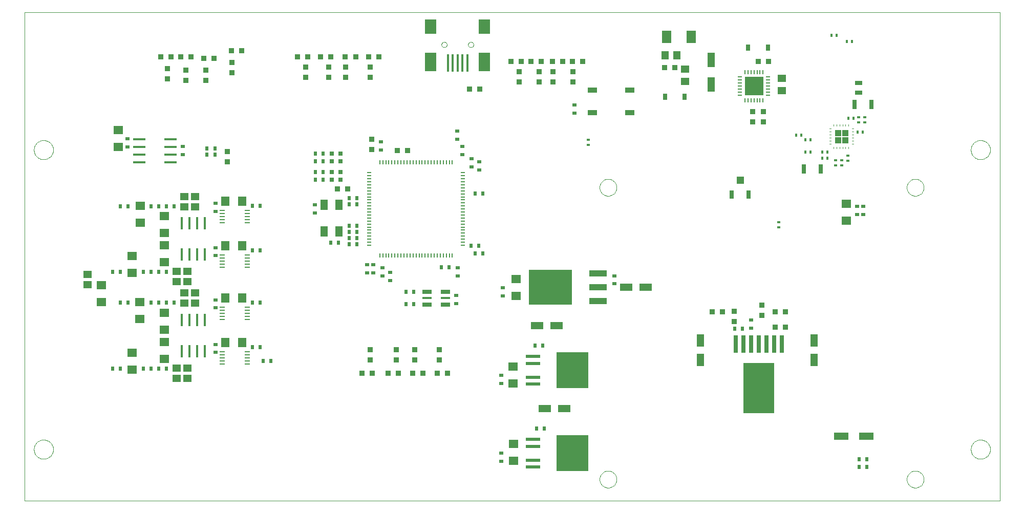
<source format=gtp>
G75*
%MOIN*%
%OFA0B0*%
%FSLAX24Y24*%
%IPPOS*%
%LPD*%
%AMOC8*
5,1,8,0,0,1.08239X$1,22.5*
%
%ADD10C,0.0000*%
%ADD11R,0.0340X0.0080*%
%ADD12R,0.0570X0.0649*%
%ADD13R,0.0294X0.0216*%
%ADD14R,0.0216X0.0294*%
%ADD15R,0.0649X0.0570*%
%ADD16R,0.0531X0.0452*%
%ADD17R,0.0806X0.0491*%
%ADD18R,0.0334X0.0373*%
%ADD19R,0.2050X0.3300*%
%ADD20R,0.0290X0.1140*%
%ADD21R,0.0373X0.0334*%
%ADD22R,0.0491X0.0806*%
%ADD23R,0.0176X0.0806*%
%ADD24R,0.0806X0.0176*%
%ADD25R,0.0727X0.0924*%
%ADD26R,0.0727X0.1239*%
%ADD27R,0.0137X0.1160*%
%ADD28R,0.0294X0.0058*%
%ADD29R,0.0058X0.0294*%
%ADD30R,0.0649X0.0373*%
%ADD31R,0.0294X0.0570*%
%ADD32R,0.0452X0.0452*%
%ADD33R,0.2090X0.2340*%
%ADD34R,0.0940X0.0220*%
%ADD35R,0.0133X0.0184*%
%ADD36R,0.0471X0.0314*%
%ADD37R,0.0314X0.0609*%
%ADD38R,0.0184X0.0133*%
%ADD39R,0.0031X0.0129*%
%ADD40R,0.0129X0.0031*%
%ADD41R,0.0394X0.0394*%
%ADD42R,0.1220X0.1220*%
%ADD43R,0.0314X0.0058*%
%ADD44R,0.0058X0.0314*%
%ADD45R,0.0570X0.0452*%
%ADD46R,0.0300X0.0420*%
%ADD47R,0.0641X0.0790*%
%ADD48R,0.0452X0.0570*%
%ADD49R,0.0590X0.0255*%
%ADD50R,0.0590X0.0176*%
%ADD51R,0.0255X0.0255*%
%ADD52R,0.0491X0.0688*%
%ADD53R,0.2802X0.2290*%
%ADD54R,0.1146X0.0412*%
%ADD55R,0.0964X0.0491*%
%ADD56R,0.0491X0.0964*%
D10*
X000150Y001100D02*
X000150Y032910D01*
X063650Y032910D01*
X063650Y001100D01*
X000150Y001100D01*
X000775Y004450D02*
X000777Y004500D01*
X000783Y004549D01*
X000793Y004598D01*
X000806Y004645D01*
X000824Y004692D01*
X000845Y004737D01*
X000869Y004780D01*
X000897Y004821D01*
X000928Y004860D01*
X000962Y004896D01*
X000999Y004930D01*
X001039Y004960D01*
X001080Y004987D01*
X001124Y005011D01*
X001169Y005031D01*
X001216Y005047D01*
X001264Y005060D01*
X001313Y005069D01*
X001363Y005074D01*
X001412Y005075D01*
X001462Y005072D01*
X001511Y005065D01*
X001560Y005054D01*
X001607Y005040D01*
X001653Y005021D01*
X001698Y004999D01*
X001741Y004974D01*
X001781Y004945D01*
X001819Y004913D01*
X001855Y004879D01*
X001888Y004841D01*
X001917Y004801D01*
X001943Y004759D01*
X001966Y004715D01*
X001985Y004669D01*
X002001Y004622D01*
X002013Y004573D01*
X002021Y004524D01*
X002025Y004475D01*
X002025Y004425D01*
X002021Y004376D01*
X002013Y004327D01*
X002001Y004278D01*
X001985Y004231D01*
X001966Y004185D01*
X001943Y004141D01*
X001917Y004099D01*
X001888Y004059D01*
X001855Y004021D01*
X001819Y003987D01*
X001781Y003955D01*
X001741Y003926D01*
X001698Y003901D01*
X001653Y003879D01*
X001607Y003860D01*
X001560Y003846D01*
X001511Y003835D01*
X001462Y003828D01*
X001412Y003825D01*
X001363Y003826D01*
X001313Y003831D01*
X001264Y003840D01*
X001216Y003853D01*
X001169Y003869D01*
X001124Y003889D01*
X001080Y003913D01*
X001039Y003940D01*
X000999Y003970D01*
X000962Y004004D01*
X000928Y004040D01*
X000897Y004079D01*
X000869Y004120D01*
X000845Y004163D01*
X000824Y004208D01*
X000806Y004255D01*
X000793Y004302D01*
X000783Y004351D01*
X000777Y004400D01*
X000775Y004450D01*
X000775Y023950D02*
X000777Y024000D01*
X000783Y024049D01*
X000793Y024098D01*
X000806Y024145D01*
X000824Y024192D01*
X000845Y024237D01*
X000869Y024280D01*
X000897Y024321D01*
X000928Y024360D01*
X000962Y024396D01*
X000999Y024430D01*
X001039Y024460D01*
X001080Y024487D01*
X001124Y024511D01*
X001169Y024531D01*
X001216Y024547D01*
X001264Y024560D01*
X001313Y024569D01*
X001363Y024574D01*
X001412Y024575D01*
X001462Y024572D01*
X001511Y024565D01*
X001560Y024554D01*
X001607Y024540D01*
X001653Y024521D01*
X001698Y024499D01*
X001741Y024474D01*
X001781Y024445D01*
X001819Y024413D01*
X001855Y024379D01*
X001888Y024341D01*
X001917Y024301D01*
X001943Y024259D01*
X001966Y024215D01*
X001985Y024169D01*
X002001Y024122D01*
X002013Y024073D01*
X002021Y024024D01*
X002025Y023975D01*
X002025Y023925D01*
X002021Y023876D01*
X002013Y023827D01*
X002001Y023778D01*
X001985Y023731D01*
X001966Y023685D01*
X001943Y023641D01*
X001917Y023599D01*
X001888Y023559D01*
X001855Y023521D01*
X001819Y023487D01*
X001781Y023455D01*
X001741Y023426D01*
X001698Y023401D01*
X001653Y023379D01*
X001607Y023360D01*
X001560Y023346D01*
X001511Y023335D01*
X001462Y023328D01*
X001412Y023325D01*
X001363Y023326D01*
X001313Y023331D01*
X001264Y023340D01*
X001216Y023353D01*
X001169Y023369D01*
X001124Y023389D01*
X001080Y023413D01*
X001039Y023440D01*
X000999Y023470D01*
X000962Y023504D01*
X000928Y023540D01*
X000897Y023579D01*
X000869Y023620D01*
X000845Y023663D01*
X000824Y023708D01*
X000806Y023755D01*
X000793Y023802D01*
X000783Y023851D01*
X000777Y023900D01*
X000775Y023950D01*
X027307Y030800D02*
X027309Y030826D01*
X027315Y030852D01*
X027325Y030877D01*
X027338Y030900D01*
X027354Y030920D01*
X027374Y030938D01*
X027396Y030953D01*
X027419Y030965D01*
X027445Y030973D01*
X027471Y030977D01*
X027497Y030977D01*
X027523Y030973D01*
X027549Y030965D01*
X027573Y030953D01*
X027594Y030938D01*
X027614Y030920D01*
X027630Y030900D01*
X027643Y030877D01*
X027653Y030852D01*
X027659Y030826D01*
X027661Y030800D01*
X027659Y030774D01*
X027653Y030748D01*
X027643Y030723D01*
X027630Y030700D01*
X027614Y030680D01*
X027594Y030662D01*
X027572Y030647D01*
X027549Y030635D01*
X027523Y030627D01*
X027497Y030623D01*
X027471Y030623D01*
X027445Y030627D01*
X027419Y030635D01*
X027395Y030647D01*
X027374Y030662D01*
X027354Y030680D01*
X027338Y030700D01*
X027325Y030723D01*
X027315Y030748D01*
X027309Y030774D01*
X027307Y030800D01*
X029039Y030800D02*
X029041Y030826D01*
X029047Y030852D01*
X029057Y030877D01*
X029070Y030900D01*
X029086Y030920D01*
X029106Y030938D01*
X029128Y030953D01*
X029151Y030965D01*
X029177Y030973D01*
X029203Y030977D01*
X029229Y030977D01*
X029255Y030973D01*
X029281Y030965D01*
X029305Y030953D01*
X029326Y030938D01*
X029346Y030920D01*
X029362Y030900D01*
X029375Y030877D01*
X029385Y030852D01*
X029391Y030826D01*
X029393Y030800D01*
X029391Y030774D01*
X029385Y030748D01*
X029375Y030723D01*
X029362Y030700D01*
X029346Y030680D01*
X029326Y030662D01*
X029304Y030647D01*
X029281Y030635D01*
X029255Y030627D01*
X029229Y030623D01*
X029203Y030623D01*
X029177Y030627D01*
X029151Y030635D01*
X029127Y030647D01*
X029106Y030662D01*
X029086Y030680D01*
X029070Y030700D01*
X029057Y030723D01*
X029047Y030748D01*
X029041Y030774D01*
X029039Y030800D01*
X037599Y021500D02*
X037601Y021547D01*
X037607Y021593D01*
X037617Y021639D01*
X037630Y021684D01*
X037648Y021727D01*
X037669Y021769D01*
X037693Y021809D01*
X037721Y021846D01*
X037752Y021881D01*
X037786Y021914D01*
X037822Y021943D01*
X037861Y021969D01*
X037902Y021992D01*
X037945Y022011D01*
X037989Y022027D01*
X038034Y022039D01*
X038080Y022047D01*
X038127Y022051D01*
X038173Y022051D01*
X038220Y022047D01*
X038266Y022039D01*
X038311Y022027D01*
X038355Y022011D01*
X038398Y021992D01*
X038439Y021969D01*
X038478Y021943D01*
X038514Y021914D01*
X038548Y021881D01*
X038579Y021846D01*
X038607Y021809D01*
X038631Y021769D01*
X038652Y021727D01*
X038670Y021684D01*
X038683Y021639D01*
X038693Y021593D01*
X038699Y021547D01*
X038701Y021500D01*
X038699Y021453D01*
X038693Y021407D01*
X038683Y021361D01*
X038670Y021316D01*
X038652Y021273D01*
X038631Y021231D01*
X038607Y021191D01*
X038579Y021154D01*
X038548Y021119D01*
X038514Y021086D01*
X038478Y021057D01*
X038439Y021031D01*
X038398Y021008D01*
X038355Y020989D01*
X038311Y020973D01*
X038266Y020961D01*
X038220Y020953D01*
X038173Y020949D01*
X038127Y020949D01*
X038080Y020953D01*
X038034Y020961D01*
X037989Y020973D01*
X037945Y020989D01*
X037902Y021008D01*
X037861Y021031D01*
X037822Y021057D01*
X037786Y021086D01*
X037752Y021119D01*
X037721Y021154D01*
X037693Y021191D01*
X037669Y021231D01*
X037648Y021273D01*
X037630Y021316D01*
X037617Y021361D01*
X037607Y021407D01*
X037601Y021453D01*
X037599Y021500D01*
X057599Y021500D02*
X057601Y021547D01*
X057607Y021593D01*
X057617Y021639D01*
X057630Y021684D01*
X057648Y021727D01*
X057669Y021769D01*
X057693Y021809D01*
X057721Y021846D01*
X057752Y021881D01*
X057786Y021914D01*
X057822Y021943D01*
X057861Y021969D01*
X057902Y021992D01*
X057945Y022011D01*
X057989Y022027D01*
X058034Y022039D01*
X058080Y022047D01*
X058127Y022051D01*
X058173Y022051D01*
X058220Y022047D01*
X058266Y022039D01*
X058311Y022027D01*
X058355Y022011D01*
X058398Y021992D01*
X058439Y021969D01*
X058478Y021943D01*
X058514Y021914D01*
X058548Y021881D01*
X058579Y021846D01*
X058607Y021809D01*
X058631Y021769D01*
X058652Y021727D01*
X058670Y021684D01*
X058683Y021639D01*
X058693Y021593D01*
X058699Y021547D01*
X058701Y021500D01*
X058699Y021453D01*
X058693Y021407D01*
X058683Y021361D01*
X058670Y021316D01*
X058652Y021273D01*
X058631Y021231D01*
X058607Y021191D01*
X058579Y021154D01*
X058548Y021119D01*
X058514Y021086D01*
X058478Y021057D01*
X058439Y021031D01*
X058398Y021008D01*
X058355Y020989D01*
X058311Y020973D01*
X058266Y020961D01*
X058220Y020953D01*
X058173Y020949D01*
X058127Y020949D01*
X058080Y020953D01*
X058034Y020961D01*
X057989Y020973D01*
X057945Y020989D01*
X057902Y021008D01*
X057861Y021031D01*
X057822Y021057D01*
X057786Y021086D01*
X057752Y021119D01*
X057721Y021154D01*
X057693Y021191D01*
X057669Y021231D01*
X057648Y021273D01*
X057630Y021316D01*
X057617Y021361D01*
X057607Y021407D01*
X057601Y021453D01*
X057599Y021500D01*
X061775Y023950D02*
X061777Y024000D01*
X061783Y024049D01*
X061793Y024098D01*
X061806Y024145D01*
X061824Y024192D01*
X061845Y024237D01*
X061869Y024280D01*
X061897Y024321D01*
X061928Y024360D01*
X061962Y024396D01*
X061999Y024430D01*
X062039Y024460D01*
X062080Y024487D01*
X062124Y024511D01*
X062169Y024531D01*
X062216Y024547D01*
X062264Y024560D01*
X062313Y024569D01*
X062363Y024574D01*
X062412Y024575D01*
X062462Y024572D01*
X062511Y024565D01*
X062560Y024554D01*
X062607Y024540D01*
X062653Y024521D01*
X062698Y024499D01*
X062741Y024474D01*
X062781Y024445D01*
X062819Y024413D01*
X062855Y024379D01*
X062888Y024341D01*
X062917Y024301D01*
X062943Y024259D01*
X062966Y024215D01*
X062985Y024169D01*
X063001Y024122D01*
X063013Y024073D01*
X063021Y024024D01*
X063025Y023975D01*
X063025Y023925D01*
X063021Y023876D01*
X063013Y023827D01*
X063001Y023778D01*
X062985Y023731D01*
X062966Y023685D01*
X062943Y023641D01*
X062917Y023599D01*
X062888Y023559D01*
X062855Y023521D01*
X062819Y023487D01*
X062781Y023455D01*
X062741Y023426D01*
X062698Y023401D01*
X062653Y023379D01*
X062607Y023360D01*
X062560Y023346D01*
X062511Y023335D01*
X062462Y023328D01*
X062412Y023325D01*
X062363Y023326D01*
X062313Y023331D01*
X062264Y023340D01*
X062216Y023353D01*
X062169Y023369D01*
X062124Y023389D01*
X062080Y023413D01*
X062039Y023440D01*
X061999Y023470D01*
X061962Y023504D01*
X061928Y023540D01*
X061897Y023579D01*
X061869Y023620D01*
X061845Y023663D01*
X061824Y023708D01*
X061806Y023755D01*
X061793Y023802D01*
X061783Y023851D01*
X061777Y023900D01*
X061775Y023950D01*
X061775Y004450D02*
X061777Y004500D01*
X061783Y004549D01*
X061793Y004598D01*
X061806Y004645D01*
X061824Y004692D01*
X061845Y004737D01*
X061869Y004780D01*
X061897Y004821D01*
X061928Y004860D01*
X061962Y004896D01*
X061999Y004930D01*
X062039Y004960D01*
X062080Y004987D01*
X062124Y005011D01*
X062169Y005031D01*
X062216Y005047D01*
X062264Y005060D01*
X062313Y005069D01*
X062363Y005074D01*
X062412Y005075D01*
X062462Y005072D01*
X062511Y005065D01*
X062560Y005054D01*
X062607Y005040D01*
X062653Y005021D01*
X062698Y004999D01*
X062741Y004974D01*
X062781Y004945D01*
X062819Y004913D01*
X062855Y004879D01*
X062888Y004841D01*
X062917Y004801D01*
X062943Y004759D01*
X062966Y004715D01*
X062985Y004669D01*
X063001Y004622D01*
X063013Y004573D01*
X063021Y004524D01*
X063025Y004475D01*
X063025Y004425D01*
X063021Y004376D01*
X063013Y004327D01*
X063001Y004278D01*
X062985Y004231D01*
X062966Y004185D01*
X062943Y004141D01*
X062917Y004099D01*
X062888Y004059D01*
X062855Y004021D01*
X062819Y003987D01*
X062781Y003955D01*
X062741Y003926D01*
X062698Y003901D01*
X062653Y003879D01*
X062607Y003860D01*
X062560Y003846D01*
X062511Y003835D01*
X062462Y003828D01*
X062412Y003825D01*
X062363Y003826D01*
X062313Y003831D01*
X062264Y003840D01*
X062216Y003853D01*
X062169Y003869D01*
X062124Y003889D01*
X062080Y003913D01*
X062039Y003940D01*
X061999Y003970D01*
X061962Y004004D01*
X061928Y004040D01*
X061897Y004079D01*
X061869Y004120D01*
X061845Y004163D01*
X061824Y004208D01*
X061806Y004255D01*
X061793Y004302D01*
X061783Y004351D01*
X061777Y004400D01*
X061775Y004450D01*
X057599Y002500D02*
X057601Y002547D01*
X057607Y002593D01*
X057617Y002639D01*
X057630Y002684D01*
X057648Y002727D01*
X057669Y002769D01*
X057693Y002809D01*
X057721Y002846D01*
X057752Y002881D01*
X057786Y002914D01*
X057822Y002943D01*
X057861Y002969D01*
X057902Y002992D01*
X057945Y003011D01*
X057989Y003027D01*
X058034Y003039D01*
X058080Y003047D01*
X058127Y003051D01*
X058173Y003051D01*
X058220Y003047D01*
X058266Y003039D01*
X058311Y003027D01*
X058355Y003011D01*
X058398Y002992D01*
X058439Y002969D01*
X058478Y002943D01*
X058514Y002914D01*
X058548Y002881D01*
X058579Y002846D01*
X058607Y002809D01*
X058631Y002769D01*
X058652Y002727D01*
X058670Y002684D01*
X058683Y002639D01*
X058693Y002593D01*
X058699Y002547D01*
X058701Y002500D01*
X058699Y002453D01*
X058693Y002407D01*
X058683Y002361D01*
X058670Y002316D01*
X058652Y002273D01*
X058631Y002231D01*
X058607Y002191D01*
X058579Y002154D01*
X058548Y002119D01*
X058514Y002086D01*
X058478Y002057D01*
X058439Y002031D01*
X058398Y002008D01*
X058355Y001989D01*
X058311Y001973D01*
X058266Y001961D01*
X058220Y001953D01*
X058173Y001949D01*
X058127Y001949D01*
X058080Y001953D01*
X058034Y001961D01*
X057989Y001973D01*
X057945Y001989D01*
X057902Y002008D01*
X057861Y002031D01*
X057822Y002057D01*
X057786Y002086D01*
X057752Y002119D01*
X057721Y002154D01*
X057693Y002191D01*
X057669Y002231D01*
X057648Y002273D01*
X057630Y002316D01*
X057617Y002361D01*
X057607Y002407D01*
X057601Y002453D01*
X057599Y002500D01*
X037599Y002500D02*
X037601Y002547D01*
X037607Y002593D01*
X037617Y002639D01*
X037630Y002684D01*
X037648Y002727D01*
X037669Y002769D01*
X037693Y002809D01*
X037721Y002846D01*
X037752Y002881D01*
X037786Y002914D01*
X037822Y002943D01*
X037861Y002969D01*
X037902Y002992D01*
X037945Y003011D01*
X037989Y003027D01*
X038034Y003039D01*
X038080Y003047D01*
X038127Y003051D01*
X038173Y003051D01*
X038220Y003047D01*
X038266Y003039D01*
X038311Y003027D01*
X038355Y003011D01*
X038398Y002992D01*
X038439Y002969D01*
X038478Y002943D01*
X038514Y002914D01*
X038548Y002881D01*
X038579Y002846D01*
X038607Y002809D01*
X038631Y002769D01*
X038652Y002727D01*
X038670Y002684D01*
X038683Y002639D01*
X038693Y002593D01*
X038699Y002547D01*
X038701Y002500D01*
X038699Y002453D01*
X038693Y002407D01*
X038683Y002361D01*
X038670Y002316D01*
X038652Y002273D01*
X038631Y002231D01*
X038607Y002191D01*
X038579Y002154D01*
X038548Y002119D01*
X038514Y002086D01*
X038478Y002057D01*
X038439Y002031D01*
X038398Y002008D01*
X038355Y001989D01*
X038311Y001973D01*
X038266Y001961D01*
X038220Y001953D01*
X038173Y001949D01*
X038127Y001949D01*
X038080Y001953D01*
X038034Y001961D01*
X037989Y001973D01*
X037945Y001989D01*
X037902Y002008D01*
X037861Y002031D01*
X037822Y002057D01*
X037786Y002086D01*
X037752Y002119D01*
X037721Y002154D01*
X037693Y002191D01*
X037669Y002231D01*
X037648Y002273D01*
X037630Y002316D01*
X037617Y002361D01*
X037607Y002407D01*
X037601Y002453D01*
X037599Y002500D01*
D11*
X014677Y010006D03*
X014677Y010203D03*
X014677Y010400D03*
X014677Y010597D03*
X014677Y010794D03*
X013023Y010794D03*
X013023Y010597D03*
X013023Y010400D03*
X013023Y010203D03*
X013023Y010006D03*
X013023Y012906D03*
X013023Y013103D03*
X013023Y013300D03*
X013023Y013497D03*
X013023Y013694D03*
X014677Y013694D03*
X014677Y013497D03*
X014677Y013300D03*
X014677Y013103D03*
X014677Y012906D03*
X014677Y016306D03*
X014677Y016503D03*
X014677Y016700D03*
X014677Y016897D03*
X014677Y017094D03*
X013023Y017094D03*
X013023Y016897D03*
X013023Y016700D03*
X013023Y016503D03*
X013023Y016306D03*
X013023Y019206D03*
X013023Y019403D03*
X013023Y019600D03*
X013023Y019797D03*
X013023Y019994D03*
X014677Y019994D03*
X014677Y019797D03*
X014677Y019600D03*
X014677Y019403D03*
X014677Y019206D03*
D12*
X014341Y020600D03*
X013239Y020600D03*
X013239Y017700D03*
X014341Y017700D03*
X014341Y014300D03*
X013239Y014300D03*
X013239Y011400D03*
X014341Y011400D03*
D13*
X012590Y011276D03*
X012590Y010764D03*
X012590Y013674D03*
X012590Y014186D03*
X012590Y017074D03*
X012590Y017586D03*
X012580Y019954D03*
X012580Y020466D03*
X010450Y023644D03*
X010450Y024156D03*
X006850Y024144D03*
X006850Y024656D03*
X019050Y020366D03*
X019050Y019854D03*
X022450Y016456D03*
X022850Y016456D03*
X022850Y015944D03*
X022450Y015944D03*
X023450Y015744D03*
X023950Y015956D03*
X023450Y016256D03*
X023950Y015444D03*
X028350Y015744D03*
X028350Y016256D03*
X028250Y014456D03*
X028250Y013944D03*
X031300Y014444D03*
X031300Y014956D03*
X038550Y015234D03*
X038550Y015746D03*
X047450Y012856D03*
X047450Y012344D03*
X054350Y019744D03*
X054760Y019744D03*
X054760Y020256D03*
X054350Y020256D03*
X035950Y026344D03*
X035950Y026856D03*
X029250Y023356D03*
X029250Y022844D03*
X029750Y022644D03*
X029750Y023156D03*
X028650Y023644D03*
X028650Y024156D03*
X028340Y024644D03*
X028340Y025156D03*
X023350Y024456D03*
X023350Y023944D03*
X031200Y009256D03*
X031200Y008744D03*
X031210Y004196D03*
X031210Y003684D03*
D14*
X033494Y005800D03*
X034006Y005800D03*
X033906Y011200D03*
X033394Y011200D03*
X025506Y013900D03*
X024994Y013900D03*
X024994Y014700D03*
X025506Y014700D03*
X027294Y016300D03*
X027806Y016300D03*
X029494Y017200D03*
X030006Y017200D03*
X029726Y017700D03*
X029214Y017700D03*
X029494Y021100D03*
X030006Y021100D03*
X021806Y020800D03*
X021806Y020400D03*
X021294Y020400D03*
X021294Y020800D03*
X019606Y022000D03*
X019094Y022000D03*
X019094Y022500D03*
X019606Y022500D03*
X019606Y023200D03*
X019606Y023700D03*
X019094Y023700D03*
X019094Y023200D03*
X015506Y020300D03*
X014994Y020300D03*
X014994Y017400D03*
X015506Y017400D03*
X020094Y017900D03*
X020606Y017900D03*
X021294Y017800D03*
X021294Y018200D03*
X021294Y018600D03*
X021294Y019000D03*
X021806Y019000D03*
X021806Y018600D03*
X021806Y018200D03*
X021806Y017800D03*
X015506Y014000D03*
X014994Y014000D03*
X014994Y011100D03*
X015506Y011100D03*
X015694Y010200D03*
X016206Y010200D03*
X009406Y009700D03*
X008894Y009700D03*
X008406Y009700D03*
X007894Y009700D03*
X006406Y009700D03*
X005894Y009700D03*
X006394Y014000D03*
X006906Y014000D03*
X008394Y014000D03*
X008906Y014000D03*
X009394Y014000D03*
X009906Y014000D03*
X009406Y016000D03*
X008894Y016000D03*
X008406Y016000D03*
X007894Y016000D03*
X006406Y016000D03*
X005894Y016000D03*
X006394Y020270D03*
X006906Y020270D03*
X008394Y020270D03*
X008906Y020270D03*
X009394Y020270D03*
X009906Y020270D03*
X012034Y023640D03*
X012034Y024050D03*
X012546Y024050D03*
X012546Y023640D03*
X046394Y012300D03*
X046906Y012300D03*
X054494Y003800D03*
X055006Y003800D03*
X055006Y003300D03*
X054494Y003300D03*
D15*
X031990Y003699D03*
X031990Y004801D03*
X031950Y008749D03*
X031950Y009851D03*
X032150Y014449D03*
X032150Y015551D03*
X053650Y019349D03*
X053650Y020451D03*
X009250Y019651D03*
X009250Y018549D03*
X009250Y017751D03*
X009250Y016649D03*
X007150Y017051D03*
X007150Y015949D03*
X005150Y015151D03*
X005150Y014049D03*
X007650Y014051D03*
X007650Y012949D03*
X009250Y013351D03*
X009250Y012249D03*
X009250Y011451D03*
X009250Y010349D03*
X007150Y010751D03*
X007150Y009649D03*
X007700Y019199D03*
X007700Y020301D03*
X006250Y024149D03*
X006250Y025251D03*
D16*
X010550Y020905D03*
X010550Y020235D03*
X011250Y020235D03*
X011250Y020905D03*
X010750Y016035D03*
X010050Y016035D03*
X010050Y015365D03*
X010750Y015365D03*
X010550Y014635D03*
X011250Y014635D03*
X011250Y013965D03*
X010550Y013965D03*
X004250Y015165D03*
X004250Y015835D03*
X010050Y009735D03*
X010750Y009735D03*
X010750Y009065D03*
X010050Y009065D03*
D17*
X033520Y012500D03*
X034780Y012500D03*
X039320Y015000D03*
X040580Y015000D03*
X035280Y007100D03*
X034020Y007100D03*
D18*
X044935Y013420D03*
X045605Y013420D03*
X049015Y013400D03*
X049685Y013400D03*
X049685Y012400D03*
X049015Y012400D03*
X025085Y023900D03*
X024415Y023900D03*
X022750Y023965D03*
X022750Y024635D03*
X021185Y021400D03*
X020515Y021400D03*
X013350Y023165D03*
X013350Y023835D03*
X041815Y029300D03*
X042485Y029300D03*
X047915Y029700D03*
X048585Y029700D03*
D19*
X047950Y008440D03*
D20*
X047950Y011320D03*
X048450Y011320D03*
X048950Y011320D03*
X049450Y011320D03*
X047450Y011320D03*
X046950Y011320D03*
X046450Y011320D03*
D21*
X046350Y012765D03*
X046350Y013435D03*
X048150Y013165D03*
X048150Y013835D03*
X027685Y009400D03*
X027015Y009400D03*
X026085Y009400D03*
X025415Y009400D03*
X025550Y010265D03*
X025550Y010935D03*
X024350Y010935D03*
X024350Y010265D03*
X024485Y009400D03*
X023815Y009400D03*
X022785Y009400D03*
X022115Y009400D03*
X022650Y010265D03*
X022650Y010935D03*
X027150Y010935D03*
X027150Y010265D03*
X047550Y025765D03*
X047550Y026435D03*
X048250Y026435D03*
X048250Y025765D03*
X036485Y029700D03*
X035815Y029700D03*
X035185Y029700D03*
X034515Y029700D03*
X033785Y029700D03*
X033115Y029700D03*
X032485Y029700D03*
X031815Y029700D03*
X032350Y029035D03*
X032350Y028365D03*
X033650Y028365D03*
X033650Y029035D03*
X034550Y029035D03*
X034550Y028365D03*
X035850Y028365D03*
X035850Y029035D03*
X029785Y027900D03*
X029115Y027900D03*
X023225Y030000D03*
X022555Y030000D03*
X021715Y029990D03*
X021045Y029990D03*
X020085Y030000D03*
X019415Y030000D03*
X018585Y030000D03*
X017915Y030000D03*
X018450Y029335D03*
X018450Y028665D03*
X019950Y028665D03*
X019950Y029335D03*
X021050Y029335D03*
X021050Y028665D03*
X022650Y028665D03*
X022650Y029335D03*
X014285Y030400D03*
X013615Y030400D03*
X013650Y029635D03*
X013650Y028965D03*
X012485Y029900D03*
X011815Y029900D03*
X011950Y029135D03*
X011950Y028465D03*
X010650Y028465D03*
X010650Y029135D03*
X010315Y030000D03*
X009685Y030000D03*
X009015Y030000D03*
X009450Y029235D03*
X009450Y028565D03*
X010985Y030000D03*
D22*
X044150Y011530D03*
X044150Y010270D03*
X051550Y010270D03*
X051550Y011530D03*
D23*
X011900Y010826D03*
X011400Y010826D03*
X010900Y010826D03*
X010400Y010826D03*
X010400Y012874D03*
X010900Y012874D03*
X011400Y012874D03*
X011900Y012874D03*
X011900Y017126D03*
X011400Y017126D03*
X010900Y017126D03*
X010400Y017126D03*
X010400Y019174D03*
X010900Y019174D03*
X011400Y019174D03*
X011900Y019174D03*
D24*
X009674Y023150D03*
X009674Y023650D03*
X009674Y024150D03*
X009674Y024650D03*
X007626Y024650D03*
X007626Y024150D03*
X007626Y023650D03*
X007626Y023150D03*
D25*
X026598Y031981D03*
X030102Y031981D03*
D26*
X030102Y029658D03*
X026598Y029658D03*
D27*
X027720Y029619D03*
X028035Y029619D03*
X028350Y029619D03*
X028665Y029619D03*
X028980Y029619D03*
D28*
X028689Y022462D03*
X028689Y022265D03*
X028689Y022069D03*
X028689Y021872D03*
X028689Y021675D03*
X028689Y021478D03*
X028689Y021281D03*
X028689Y021084D03*
X028689Y020887D03*
X028689Y020691D03*
X028689Y020494D03*
X028689Y020297D03*
X028689Y020100D03*
X028689Y019903D03*
X028689Y019706D03*
X028689Y019509D03*
X028689Y019313D03*
X028689Y019116D03*
X028689Y018919D03*
X028689Y018722D03*
X028689Y018525D03*
X028689Y018328D03*
X028689Y018131D03*
X028689Y017935D03*
X028689Y017738D03*
X022611Y017738D03*
X022611Y017935D03*
X022611Y018131D03*
X022611Y018328D03*
X022611Y018525D03*
X022611Y018722D03*
X022611Y018919D03*
X022611Y019116D03*
X022611Y019313D03*
X022611Y019509D03*
X022611Y019706D03*
X022611Y019903D03*
X022611Y020100D03*
X022611Y020297D03*
X022611Y020494D03*
X022611Y020691D03*
X022611Y020887D03*
X022611Y021084D03*
X022611Y021281D03*
X022611Y021478D03*
X022611Y021675D03*
X022611Y021872D03*
X022611Y022069D03*
X022611Y022265D03*
X022611Y022462D03*
D29*
X023288Y023139D03*
X023485Y023139D03*
X023681Y023139D03*
X023878Y023139D03*
X024075Y023139D03*
X024272Y023139D03*
X024469Y023139D03*
X024666Y023139D03*
X024863Y023139D03*
X025059Y023139D03*
X025256Y023139D03*
X025453Y023139D03*
X025650Y023139D03*
X025847Y023139D03*
X026044Y023139D03*
X026241Y023139D03*
X026437Y023139D03*
X026634Y023139D03*
X026831Y023139D03*
X027028Y023139D03*
X027225Y023139D03*
X027422Y023139D03*
X027619Y023139D03*
X027815Y023139D03*
X028012Y023139D03*
X028012Y017061D03*
X027815Y017061D03*
X027619Y017061D03*
X027422Y017061D03*
X027225Y017061D03*
X027028Y017061D03*
X026831Y017061D03*
X026634Y017061D03*
X026437Y017061D03*
X026241Y017061D03*
X026044Y017061D03*
X025847Y017061D03*
X025650Y017061D03*
X025453Y017061D03*
X025256Y017061D03*
X025059Y017061D03*
X024863Y017061D03*
X024666Y017061D03*
X024469Y017061D03*
X024272Y017061D03*
X024075Y017061D03*
X023878Y017061D03*
X023681Y017061D03*
X023485Y017061D03*
X023288Y017061D03*
D30*
X037130Y026372D03*
X037130Y027828D03*
X039570Y027828D03*
X039570Y026372D03*
D31*
X046199Y021022D03*
X047301Y021022D03*
D32*
X046750Y021978D03*
D33*
X035840Y009600D03*
X035840Y004200D03*
D34*
X033250Y003750D03*
X033250Y003300D03*
X033250Y004650D03*
X033250Y005100D03*
X033250Y008700D03*
X033250Y009150D03*
X033250Y010050D03*
X033250Y010500D03*
D35*
X052081Y023390D03*
X052419Y023390D03*
X052419Y023800D03*
X052081Y023800D03*
X051319Y023800D03*
X050981Y023800D03*
X051001Y024600D03*
X051339Y024600D03*
X050719Y024900D03*
X050381Y024900D03*
X053781Y026000D03*
X054119Y026000D03*
X054381Y025100D03*
X054719Y025100D03*
X054019Y031000D03*
X053681Y031000D03*
X053019Y031400D03*
X052681Y031400D03*
D36*
X054450Y028315D03*
X054450Y027685D03*
D37*
X054199Y026900D03*
X055301Y026900D03*
X052001Y022700D03*
X050899Y022700D03*
D38*
X052950Y022931D03*
X052950Y023269D03*
X053350Y023269D03*
X053350Y022931D03*
X053750Y023231D03*
X053750Y023569D03*
X054450Y025731D03*
X054450Y026069D03*
X054850Y026069D03*
X054850Y025731D03*
X049250Y019239D03*
X049250Y018901D03*
X036850Y024261D03*
X036850Y024599D03*
D39*
X052858Y024068D03*
X053055Y024068D03*
X053252Y024068D03*
X053448Y024068D03*
X053645Y024068D03*
X053842Y024068D03*
X053842Y025532D03*
X053645Y025532D03*
X053448Y025532D03*
X053252Y025532D03*
X053055Y025532D03*
X052858Y025532D03*
D40*
X052618Y025292D03*
X052618Y025095D03*
X052618Y024898D03*
X052618Y024702D03*
X052618Y024505D03*
X052618Y024308D03*
X054082Y024308D03*
X054082Y024505D03*
X054082Y024702D03*
X054082Y024898D03*
X054082Y025095D03*
X054082Y025292D03*
D41*
X053586Y025036D03*
X053114Y025036D03*
X053114Y024564D03*
X053586Y024564D03*
D42*
X047650Y028100D03*
D43*
X046729Y028100D03*
X046729Y028297D03*
X046729Y028494D03*
X046729Y028691D03*
X046729Y027903D03*
X046729Y027706D03*
X046729Y027509D03*
X048571Y027509D03*
X048571Y027706D03*
X048571Y027903D03*
X048571Y028100D03*
X048571Y028297D03*
X048571Y028494D03*
X048571Y028691D03*
D44*
X048241Y029021D03*
X048044Y029021D03*
X047847Y029021D03*
X047650Y029021D03*
X047453Y029021D03*
X047256Y029021D03*
X047059Y029021D03*
X047059Y027179D03*
X047256Y027179D03*
X047453Y027179D03*
X047650Y027179D03*
X047847Y027179D03*
X048044Y027179D03*
X048241Y027179D03*
D45*
X049450Y027806D03*
X049450Y028594D03*
X043150Y028406D03*
X043150Y029194D03*
D46*
X043140Y027400D03*
X041850Y027400D03*
X047260Y030600D03*
X048550Y030600D03*
D47*
X043549Y031300D03*
X041947Y031300D03*
D48*
X041856Y030100D03*
X042644Y030100D03*
D49*
X027550Y014713D03*
X027550Y013887D03*
X026350Y013887D03*
X026350Y014713D03*
D50*
X026350Y014300D03*
X027550Y014300D03*
D51*
X020745Y022000D03*
X020155Y022000D03*
X020155Y022500D03*
X020745Y022500D03*
X020745Y023200D03*
X020745Y023700D03*
X020155Y023700D03*
X020155Y023200D03*
D52*
X020622Y020366D03*
X019678Y020366D03*
X019678Y018634D03*
X020622Y018634D03*
D53*
X034410Y015000D03*
D54*
X037480Y015000D03*
X037480Y014100D03*
X037480Y015910D03*
D55*
X053343Y005300D03*
X054957Y005300D03*
D56*
X044850Y028193D03*
X044850Y029807D03*
M02*

</source>
